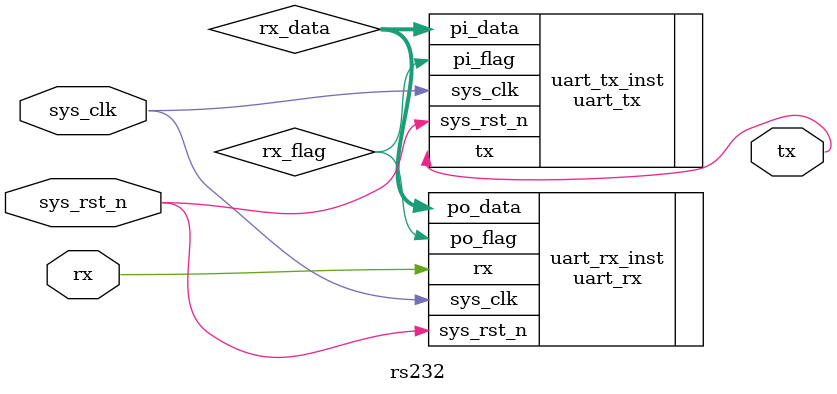
<source format=v>
module  rs232
(
    input   wire            sys_clk     ,
    input   wire            sys_rst_n   ,
    input   wire            rx          ,

    output  wire            tx
);

wire    [7:0]   rx_data ;
wire            rx_flag ;

uart_rx 
#(
    .UART_BPS    (9600          ),
    .CLK_FREQ    (50_000_000    )
)
uart_rx_inst
(
    .sys_clk     (sys_clk),
    .sys_rst_n   (sys_rst_n),
    .rx          (rx),

    .po_data     (rx_data),
    .po_flag     (rx_flag)
);

uart_tx
#(
    .UART_BPS    (9600      ),
    .CLK_FREQ    (50_000_000)
)
uart_tx_inst
(
    .sys_clk     (sys_clk),
    .sys_rst_n   (sys_rst_n),
    .pi_data     (rx_data),
    .pi_flag     (rx_flag),

    .tx          (tx)
);

endmodule

</source>
